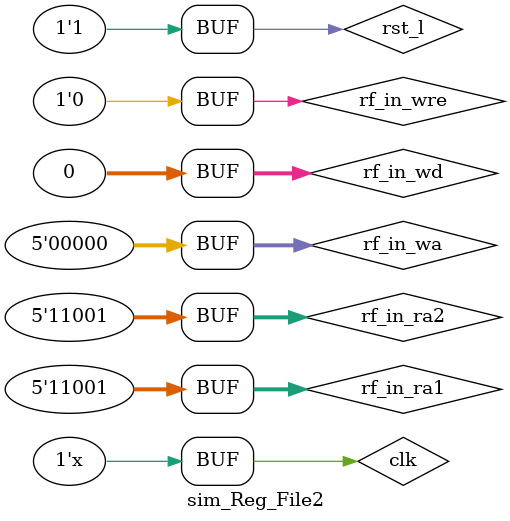
<source format=v>
`timescale 1ns / 1ps


module sim_Reg_File2(

    );
     reg clk,rst_l;
    reg [4:0] rf_in_ra1,rf_in_ra2;
    reg rf_in_wre;
    reg [4:0]rf_in_wa;
    reg [31:0]rf_in_wd;
    wire [31:0]rf_out_rd1,rf_out_rd2;
    
    initial
    begin
        clk=1'b0;
        rst_l=1'b0;
        rf_in_wd=32'h0;//Ð´Êý¾Ý³õÊ¼»¯
        rf_in_wa=4'h0;//Ð´µØÖ·³õÊ¼»¯
        
        rf_in_ra1=5'd0;//¶ÁµØÖ·³õÊ¼»¯ 1
        rf_in_ra2=5'd0;//¶ÁµØÖ·³õÊ¼»¯ 2 
        
        #5 rst_l=1'b1;//¸´Î»ÐÅºÅÎÞÐ§
        rf_in_wre=1'b0;//¶ÁÊ¹ÄÜ
        repeat(8'd25)
            begin
              #3 rf_in_ra1=rf_in_ra1+5'd1;//¶ÁÈëµØÖ·
                 rf_in_ra2=rf_in_ra2+5'd1;
            end
     end
    always #1 
    begin
    clk=~clk;
    end
    
    Reg_File RF( clk, rst_l,
    rf_in_ra1,//¶Á³öÊý¾ÝµÄµØÖ·
    rf_in_ra2,//

     rf_in_wre,//Ð´Ê¹ÄÜÐÅºÅ

    rf_in_wa,// Ð´ÈëÊý¾ÝµÄµØÖ·
    rf_in_wd,//Ð´ÈëÊý¾Ý

    rf_out_rd1,//¶Á³ö¼Ä´æÆ÷×éµÄÊý¾Ý
    rf_out_rd2
    );
endmodule

</source>
